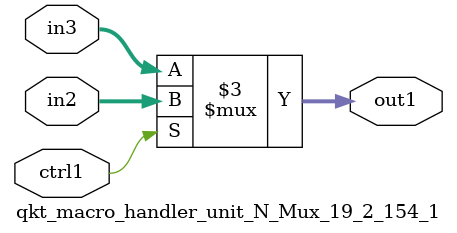
<source format=v>

`timescale 1ps / 1ps


module qkt_macro_handler_unit_N_Mux_19_2_154_1( in3, in2, ctrl1, out1 );

    input [18:0] in3;
    input [18:0] in2;
    input ctrl1;
    output [18:0] out1;
    reg [18:0] out1;

    
    // rtl_process:qkt_macro_handler_unit_N_Mux_19_2_154_1/qkt_macro_handler_unit_N_Mux_19_2_154_1_thread_1
    always @*
      begin : qkt_macro_handler_unit_N_Mux_19_2_154_1_thread_1
        case (ctrl1) 
          1'b1: 
            begin
              out1 = in2;
            end
          default: 
            begin
              out1 = in3;
            end
        endcase
      end

endmodule



</source>
